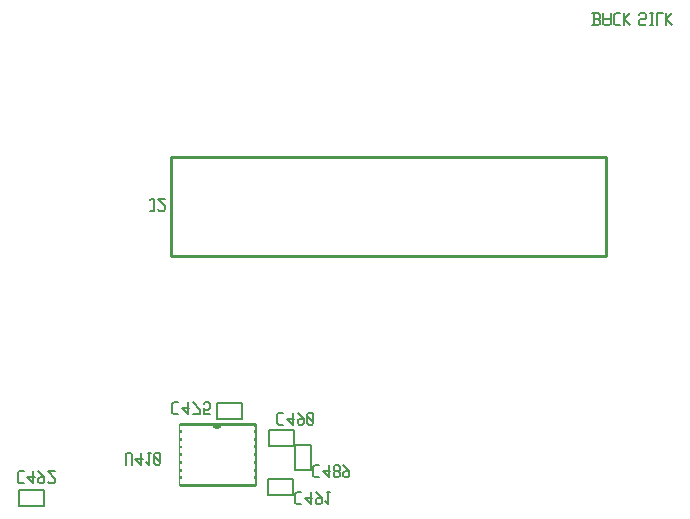
<source format=gbr>
G04 Title: RX Daughterboard, silkscreen, solder side *
G04 Creator: pcb-bin 1.99p *
G04 CreationDate: Thu Dec 30 23:48:06 2004 UTC *
G04 For: matt *
G04 Format: Gerber/RS-274X *
G04 PCB-Dimensions: 275000 250000 *
G04 PCB-Coordinate-Origin: lower left *
%MOIN*%
%FSLAX24Y24*%
%IPPOS*%
%ADD11C,0.0100*%
%ADD12C,0.0300*%
%ADD13R,0.0600X0.0600*%
%ADD14R,0.0660X0.0660*%
%ADD15R,0.0900X0.0900X0.0600X0.0600*%
%ADD16R,0.0900X0.0900*%
%ADD17C,0.0600*%
%ADD18C,0.0660*%
%ADD19C,0.0900X0.0600*%
%ADD20C,0.0900*%
%ADD21C,0.0125*%
%AMTHERM1*7,0,0,0.0900,0.0600,0.0125,45*%
%ADD22THERM1*%
%ADD23C,0.1300*%
%ADD24C,0.1360*%
%ADD25C,0.1600X0.1300*%
%ADD26C,0.1600*%
%ADD27C,0.0150*%
%ADD28C,0.0250*%
%ADD29C,0.0080*%
%AMTHERM2*7,0,0,0.0900,0.0600,0.0100,45*%
%ADD30THERM2*%
%ADD31C,0.0200*%
%ADD32R,0.0240X0.0240*%
%ADD33R,0.0440X0.0440*%
%ADD34R,0.0300X0.0300*%
%ADD35C,0.0060*%
%ADD36C,0.0160*%
%ADD37C,0.0460*%
%ADD38C,0.0220*%
%ADD39R,0.0160X0.0160*%
%ADD40R,0.0460X0.0460*%
%ADD41R,0.0220X0.0220*%
%ADD42C,0.0500*%
%ADD43R,0.0200X0.0200*%
%ADD44R,0.0500X0.0500*%
%ADD45R,0.0540X0.0540*%
%ADD46R,0.0650X0.0650*%
%ADD47R,0.0950X0.0950*%
%ADD48C,0.1200X0.0900*%
%ADD49C,0.1200*%
%AMTHERM3*7,0,0,0.1200,0.0900,0.0150,45*%
%ADD50THERM3*%
%ADD51C,0.0720*%
%ADD52C,0.0920X0.0720*%
%ADD53C,0.0920*%
%ADD54C,0.0240*%
%ADD55C,0.0340*%
%ADD56C,0.0119*%
%ADD57C,0.1320*%
%ADD58C,0.1100*%
%ADD59C,0.1520*%
%ADD60C,0.1520X0.1320*%
%ADD61C,0.0400*%
%ADD62C,0.0600X0.0400*%
%AMTHERM4*7,0,0,0.0600,0.0400,0.0100,45*%
%ADD63THERM4*%
%ADD64C,0.0800*%
%ADD65C,0.0800X0.0600*%
%AMTHERM5*7,0,0,0.0800,0.0600,0.0160,45*%
%ADD66THERM5*%
%LNGROUP_3*%
%LPD*%
G01X0Y0D02*
G54D35*X4170Y5220D02*Y4680D01*
X3330D02*X4170D01*
X3330Y5220D02*Y4680D01*
Y5220D02*X4170D01*
G04 Text: C492 *
G54D29*X3350Y5830D02*X3500D01*
X3300Y5780D02*X3350Y5830D01*
X3300Y5480D02*Y5780D01*
Y5480D02*X3350Y5430D01*
X3500D01*
X3620Y5630D02*X3820Y5430D01*
X3620Y5630D02*X3870D01*
X3820Y5430D02*Y5830D01*
X3990D02*X4190Y5630D01*
Y5480D02*Y5630D01*
X4140Y5430D02*X4190Y5480D01*
X4040Y5430D02*X4140D01*
X3990Y5480D02*X4040Y5430D01*
X3990Y5480D02*Y5580D01*
X4040Y5630D01*
X4190D01*
X4310Y5480D02*X4360Y5430D01*
X4510D01*
X4560Y5480D01*
Y5580D01*
X4310Y5830D02*X4560Y5580D01*
X4310Y5830D02*X4560D01*
G54D11*X9830Y7400D02*X11200D01*
X8700D02*X10070D01*
X8700D02*Y5360D01*
X11200D01*
Y7400D02*Y5360D01*
X9830Y7400D02*G75*G03X10070Y7400I120J0D01*G01*
G04 Text: U410 *
G54D29*X6900Y6050D02*Y6400D01*
X6950Y6450D01*
X7050D01*
X7100Y6400D01*
Y6050D02*Y6400D01*
X7220Y6250D02*X7420Y6050D01*
X7220Y6250D02*X7470D01*
X7420Y6050D02*Y6450D01*
X7640D02*X7740D01*
X7690Y6050D02*Y6450D01*
X7590Y6150D02*X7690Y6050D01*
X7860Y6400D02*X7910Y6450D01*
X7860Y6100D02*Y6400D01*
Y6100D02*X7910Y6050D01*
X8010D01*
X8060Y6100D01*
Y6400D01*
X8010Y6450D02*X8060Y6400D01*
X7910Y6450D02*X8010D01*
X7860Y6350D02*X8060Y6150D01*
G54D35*X12530Y6720D02*X13070D01*
Y5880D01*
X12530D02*X13070D01*
X12530Y6720D02*Y5880D01*
G04 Text: C489 *
G54D29*X13200Y6030D02*X13350D01*
X13150Y5980D02*X13200Y6030D01*
X13150Y5680D02*Y5980D01*
Y5680D02*X13200Y5630D01*
X13350D01*
X13470Y5830D02*X13670Y5630D01*
X13470Y5830D02*X13720D01*
X13670Y5630D02*Y6030D01*
X13840Y5980D02*X13890Y6030D01*
X13840Y5880D02*Y5980D01*
Y5880D02*X13890Y5830D01*
X13990D01*
X14040Y5880D01*
Y5980D01*
X13990Y6030D02*X14040Y5980D01*
X13890Y6030D02*X13990D01*
X13840Y5780D02*X13890Y5830D01*
X13840Y5680D02*Y5780D01*
Y5680D02*X13890Y5630D01*
X13990D01*
X14040Y5680D01*
Y5780D01*
X13990Y5830D02*X14040Y5780D01*
X14160Y6030D02*X14360Y5830D01*
Y5680D02*Y5830D01*
X14310Y5630D02*X14360Y5680D01*
X14210Y5630D02*X14310D01*
X14160Y5680D02*X14210Y5630D01*
X14160Y5680D02*Y5780D01*
X14210Y5830D01*
X14360D01*
G54D35*X10770Y8120D02*Y7580D01*
X9930D02*X10770D01*
X9930Y8120D02*Y7580D01*
Y8120D02*X10770D01*
G04 Text: C475 *
G54D29*X8500Y8130D02*X8650D01*
X8450Y8080D02*X8500Y8130D01*
X8450Y7780D02*Y8080D01*
Y7780D02*X8500Y7730D01*
X8650D01*
X8770Y7930D02*X8970Y7730D01*
X8770Y7930D02*X9020D01*
X8970Y7730D02*Y8130D01*
X9140D02*X9390Y7880D01*
Y7730D02*Y7880D01*
X9140Y7730D02*X9390D01*
X9510D02*X9710D01*
X9510D02*Y7930D01*
X9560Y7880D01*
X9660D01*
X9710Y7930D01*
Y8080D01*
X9660Y8130D02*X9710Y8080D01*
X9560Y8130D02*X9660D01*
X9510Y8080D02*X9560Y8130D01*
G54D35*X11630Y5030D02*Y5570D01*
X12470D01*
Y5030D01*
X11630D01*
G04 Text: C491 *
G54D29*X12600Y5130D02*X12750D01*
X12550Y5080D02*X12600Y5130D01*
X12550Y4780D02*Y5080D01*
Y4780D02*X12600Y4730D01*
X12750D01*
X12870Y4930D02*X13070Y4730D01*
X12870Y4930D02*X13120D01*
X13070Y4730D02*Y5130D01*
X13240D02*X13440Y4930D01*
Y4780D02*Y4930D01*
X13390Y4730D02*X13440Y4780D01*
X13290Y4730D02*X13390D01*
X13240Y4780D02*X13290Y4730D01*
X13240Y4780D02*Y4880D01*
X13290Y4930D01*
X13440D01*
X13610Y5130D02*X13710D01*
X13660Y4730D02*Y5130D01*
X13560Y4830D02*X13660Y4730D01*
G54D35*X11680Y6680D02*Y7220D01*
X12520D01*
Y6680D01*
X11680D01*
G04 Text: C490 *
G54D29*X12000Y7780D02*X12150D01*
X11950Y7730D02*X12000Y7780D01*
X11950Y7430D02*Y7730D01*
Y7430D02*X12000Y7380D01*
X12150D01*
X12270Y7580D02*X12470Y7380D01*
X12270Y7580D02*X12520D01*
X12470Y7380D02*Y7780D01*
X12640D02*X12840Y7580D01*
Y7430D02*Y7580D01*
X12790Y7380D02*X12840Y7430D01*
X12690Y7380D02*X12790D01*
X12640Y7430D02*X12690Y7380D01*
X12640Y7430D02*Y7530D01*
X12690Y7580D01*
X12840D01*
X12960Y7730D02*X13010Y7780D01*
X12960Y7430D02*Y7730D01*
Y7430D02*X13010Y7380D01*
X13110D01*
X13160Y7430D01*
Y7730D01*
X13110Y7780D02*X13160Y7730D01*
X13010Y7780D02*X13110D01*
X12960Y7680D02*X13160Y7480D01*
G54D11*X8399Y16318D02*Y13018D01*
Y16318D02*X22899D01*
X8399Y13018D02*X22899D01*
Y16318D02*Y13018D01*
G04 Text: J2 *
G54D29*X7699Y14518D02*X7849D01*
Y14868D01*
X7799Y14918D02*X7849Y14868D01*
X7749Y14918D02*X7799D01*
X7699Y14868D02*X7749Y14918D01*
X7969Y14568D02*X8019Y14518D01*
X8169D01*
X8219Y14568D01*
Y14668D01*
X7969Y14918D02*X8219Y14668D01*
X7969Y14918D02*X8219D01*
G04 Text: BACK SILK *
X22450Y21100D02*X22650D01*
X22700Y21050D01*
Y20950D02*Y21050D01*
X22650Y20900D02*X22700Y20950D01*
X22500Y20900D02*X22650D01*
X22500Y20700D02*Y21100D01*
X22450Y20700D02*X22650D01*
X22700Y20750D01*
Y20850D01*
X22650Y20900D02*X22700Y20850D01*
X22820Y20750D02*Y21100D01*
Y20750D02*X22870Y20700D01*
X23020D01*
X23070Y20750D01*
Y21100D01*
X22820Y20900D02*X23070D01*
X23240Y21100D02*X23390D01*
X23190Y21050D02*X23240Y21100D01*
X23190Y20750D02*Y21050D01*
Y20750D02*X23240Y20700D01*
X23390D01*
X23510D02*Y21100D01*
Y20900D02*X23710Y20700D01*
X23510Y20900D02*X23710Y21100D01*
X24210Y20700D02*X24260Y20750D01*
X24060Y20700D02*X24210D01*
X24010Y20750D02*X24060Y20700D01*
X24010Y20750D02*Y20850D01*
X24060Y20900D01*
X24210D01*
X24260Y20950D01*
Y21050D01*
X24210Y21100D02*X24260Y21050D01*
X24060Y21100D02*X24210D01*
X24010Y21050D02*X24060Y21100D01*
X24380Y20700D02*X24480D01*
X24430D02*Y21100D01*
X24380D02*X24480D01*
X24600Y20700D02*Y21100D01*
X24800D01*
X24920Y20700D02*Y21100D01*
Y20900D02*X25120Y20700D01*
X24920Y20900D02*X25120Y21100D01*
%LNCUTS*%
%LPC*%
G54D13*X5650Y4210D03*
G54D17*X6730D03*
X7810D03*
X8890D03*
X9970D03*
X6190Y3090D03*
X7270D03*
X8350D03*
X9430D03*
G54D23*X2950Y3650D03*
G54D36*X10900Y7280D02*X11120D01*
G54D39*X10900Y7020D02*X11120D01*
X10900Y6770D02*X11120D01*
X10900Y6510D02*X11120D01*
X10900Y6250D02*X11120D01*
X10900Y6000D02*X11120D01*
X10900Y5740D02*X11120D01*
X10900Y5490D02*X11120D01*
X8780Y5480D02*X9000D01*
X8780Y5740D02*X9000D01*
X8780Y5990D02*X9000D01*
X8780Y6250D02*X9000D01*
X8780Y6510D02*X9000D01*
X8780Y6760D02*X9000D01*
X8780Y7020D02*X9000D01*
X8780Y7270D02*X9000D01*
G54D32*X12710Y6060D02*X12890D01*
X11860Y7040D02*Y6860D01*
X12340Y7040D02*Y6860D01*
M02*

</source>
